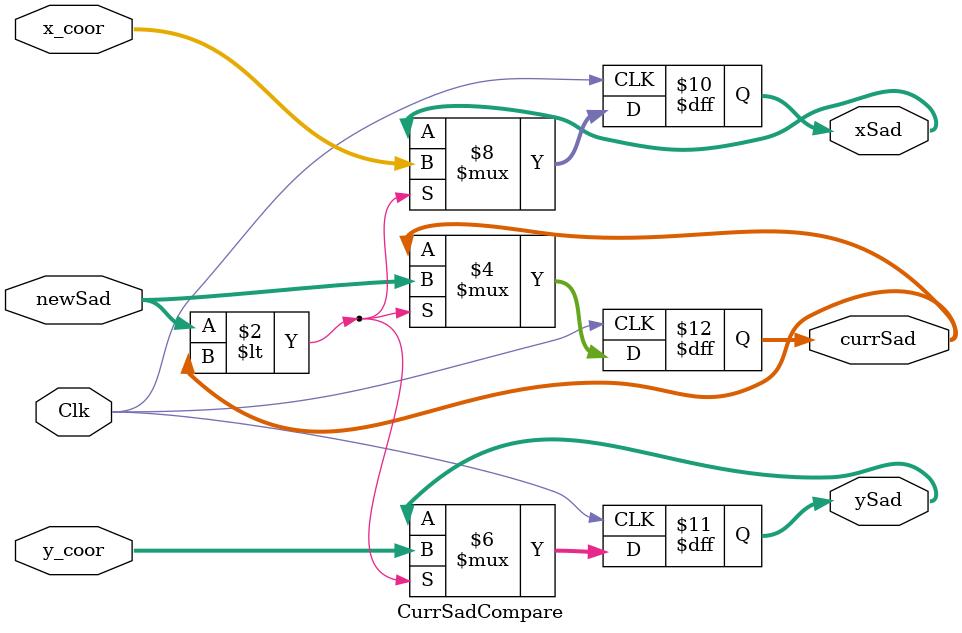
<source format=v>
`timescale 1ns / 1ps


module CurrSadCompare(Clk, x_coor, y_coor, newSad, xSad, ySad, currSad);
       input signed [31:0] x_coor, y_coor, newSad;
       input Clk;
       output reg [31:0] xSad, ySad;
       output reg signed [31:0] currSad;
       reg signed [31:0] testSub;
       
       initial begin
        currSad <= 9999;
        end
        
        always @ (negedge Clk) begin
//            testSub <= currSad - newSad;
                if (newSad < currSad) begin 
//                    if (newSad != 0) begin
                        xSad <= x_coor;
                        ySad <= y_coor;
                        currSad <= newSad;
//                    end
                end
             
       end
       
       
    
endmodule

</source>
